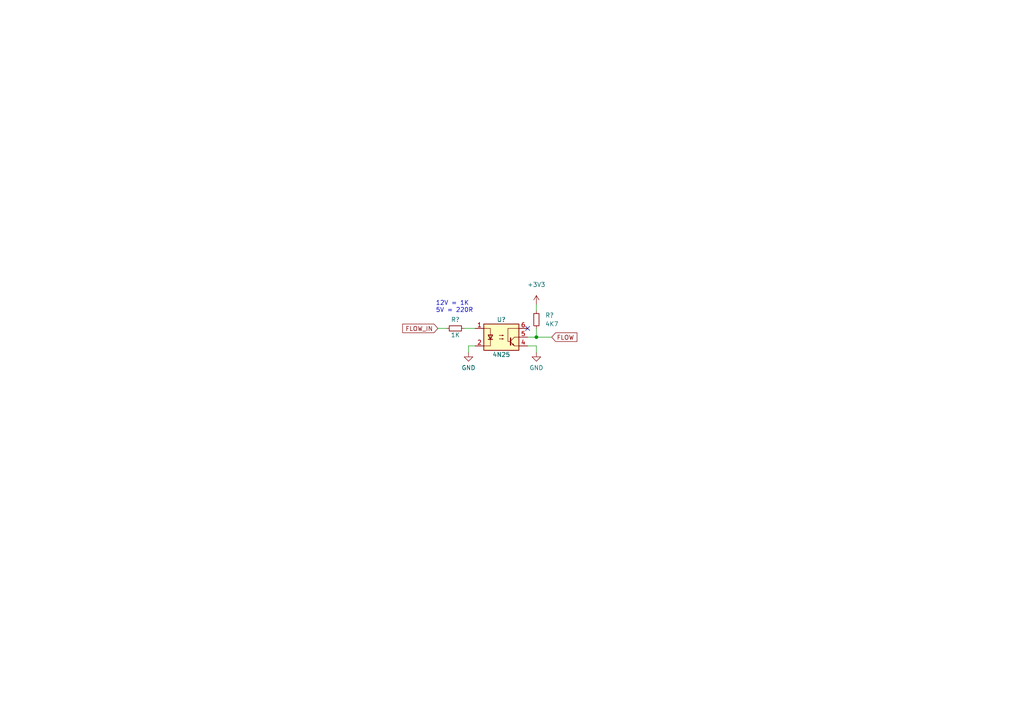
<source format=kicad_sch>
(kicad_sch (version 20211123) (generator eeschema)
  (paper "A4")
  (lib_symbols
    (symbol "Device:R_Small" (pin_numbers hide) (pin_names (offset 0.254) hide)
      (property "Reference" "R" (at 0.762 0.508 0))
      (property "Value" "R_Small" (at 0.762 -1.016 0))
      (symbol "R_Small_0_1"
        (rectangle (start -0.762 1.778) (end 0.762 -1.778) (stroke (width 0.2032)))
      )
      (symbol "R_Small_1_1"
        (pin passive line (at 0 2.54 270) (length 0.762) (name "~") (number "1"))
        (pin passive line (at 0 -2.54 90) (length 0.762) (name "~") (number "2"))
      )
    )
    (symbol "Isolator:4N25" (pin_names (offset 1.016))
      (property "Reference" "U" (at -5.08 5.08 0))
      (property "Value" "4N25" (at 0 5.08 0))
      (symbol "4N25_0_1"
        (rectangle (start -5.08 3.81) (end 5.08 -3.81) (stroke (width 0.254)) (fill (type background)))
        (polyline (pts (xy -3.81 -0.635) (xy -2.54 -0.635)) (stroke (width 0.254)))
        (polyline (pts (xy 2.667 -1.397) (xy 3.81 -2.54)))
        (polyline (pts (xy 2.667 -1.143) (xy 3.81 0)))
        (polyline (pts (xy 3.81 -2.54) (xy 5.08 -2.54)))
        (polyline (pts (xy 3.81 0) (xy 5.08 0)))
        (polyline (pts (xy 2.667 -0.254) (xy 2.667 -2.286) (xy 2.667 -2.286)) (stroke (width 0.3556)))
        (polyline (pts (xy -5.08 -2.54) (xy -3.175 -2.54) (xy -3.175 2.54) (xy -5.08 2.54)))
        (polyline (pts (xy -3.175 -0.635) (xy -3.81 0.635) (xy -2.54 0.635) (xy -3.175 -0.635)) (stroke (width 0.254)))
        (polyline (pts (xy 3.683 -2.413) (xy 3.429 -1.905) (xy 3.175 -2.159) (xy 3.683 -2.413)))
        (polyline (pts (xy 5.08 2.54) (xy 1.905 2.54) (xy 1.905 -1.27) (xy 2.54 -1.27)))
        (polyline (pts (xy -0.635 -0.508) (xy 0.635 -0.508) (xy 0.254 -0.635) (xy 0.254 -0.381) (xy 0.635 -0.508)))
        (polyline (pts (xy -0.635 0.508) (xy 0.635 0.508) (xy 0.254 0.381) (xy 0.254 0.635) (xy 0.635 0.508)))
      )
      (symbol "4N25_1_1"
        (pin passive line (at -7.62 2.54 0) (length 2.54) (name "~") (number "1"))
        (pin passive line (at -7.62 -2.54 0) (length 2.54) (name "~") (number "2"))
        (pin no_connect line (at -5.08 0 0) (length 2.54) hide (name "NC") (number "3"))
        (pin passive line (at 7.62 -2.54 180) (length 2.54) (name "~") (number "4"))
        (pin passive line (at 7.62 0 180) (length 2.54) (name "~") (number "5"))
        (pin passive line (at 7.62 2.54 180) (length 2.54) (name "~") (number "6"))
      )
    )
    (symbol "power:+3V3" (power) (pin_names (offset 0))
      (property "Value" "+3V3" (at 0 3.556 0))
      (symbol "+3V3_0_1"
        (polyline (pts (xy -0.762 1.27) (xy 0 2.54)))
        (polyline (pts (xy 0 0) (xy 0 2.54)))
        (polyline (pts (xy 0 2.54) (xy 0.762 1.27)))
      )
      (symbol "+3V3_1_1"
        (pin power_in line (at 0 0 90) (length 0) hide (name "+3V3") (number "1"))
      )
    )
    (symbol "power:GND" (power) (pin_names (offset 0))
      (property "Value" "GND" (at 0 -3.81 0))
      (symbol "GND_0_1"
        (polyline (pts (xy 0 0) (xy 0 -1.27) (xy 1.27 -1.27) (xy 0 -2.54) (xy -1.27 -1.27) (xy 0 -1.27)))
      )
      (symbol "GND_1_1"
        (pin power_in line (at 0 0 270) (length 0) hide (name "GND") (number "1"))
      )
    )
  )
  (junction (at 155.575 97.79))
  (no_connect (at 153.035 95.25))
  (wire (pts (xy 155.575 88.265) (xy 155.575 90.17)))
  (wire (pts (xy 127 95.25) (xy 129.54 95.25)))
  (wire (pts (xy 153.035 100.33) (xy 155.575 100.33)))
  (wire (pts (xy 155.575 95.25) (xy 155.575 97.79)))
  (wire (pts (xy 155.575 97.79) (xy 153.035 97.79)))
  (wire (pts (xy 160.02 97.79) (xy 155.575 97.79)))
  (wire (pts (xy 134.62 95.25) (xy 137.795 95.25)))
  (wire (pts (xy 155.575 100.33) (xy 155.575 102.235)))
  (wire (pts (xy 135.89 100.33) (xy 137.795 100.33)))
  (wire (pts (xy 135.89 102.235) (xy 135.89 100.33)))
  (text "12V = 1K\n5V = 220R" (at 126.365 90.805 0) (effects (font (size 1.27 1.27)) (justify left bottom)))
  (global_label "FLOW_IN" (shape input) (at 127 95.25 180) (property "Intersheet References" "${INTERSHEET_REFS}" (effects hide)))
  (global_label "FLOW" (shape input) (at 160.02 97.79 0) (property "Intersheet References" "${INTERSHEET_REFS}" (effects hide)))
  (symbol (lib_id "power:GND") (at 135.89 102.235 0) (unit 1)
    (property "Reference" "#PWR?" (effects hide))
    (property "Value" "GND" (at 135.89 106.68 0))
  )
  (symbol (lib_id "Isolator:4N25") (at 145.415 97.79 0) (unit 1)
    (property "Reference" "U?" (at 145.415 92.71 0))
    (property "Value" "4N25" (at 145.415 102.87 0))
    (property "Footprint" "Package_DIP:DIP-6_W7.62mm" (effects hide))
    (property "Datasheet" "https://www.vishay.com/docs/83725/4n25.pdf" (effects hide))
  )
  (symbol (lib_id "power:+3V3") (at 155.575 88.265 0) (unit 1)
    (property "Reference" "#PWR?" (effects hide))
    (property "Value" "+3V3" (at 155.575 82.55 0))
  )
  (symbol (lib_id "Device:R_Small") (at 155.575 92.71 0) (unit 1)
    (property "Reference" "R?" (at 158.115 91.4399 0) (effects (justify left)))
    (property "Value" "4K7" (at 158.115 93.9799 0) (effects (justify left)))
  )
  (symbol (lib_id "Device:R_Small") (at 132.08 95.25 90) (unit 1)
    (property "Reference" "R?" (at 132.08 92.71 90))
    (property "Value" "1K" (at 132.08 97.155 90))
  )
  (symbol (lib_id "power:GND") (at 155.575 102.235 0) (unit 1)
    (property "Reference" "#PWR?" (effects hide))
    (property "Value" "GND" (at 155.575 106.68 0))
  )
)
</source>
